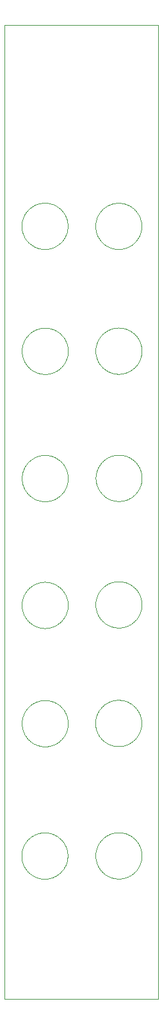
<source format=gbo>
G75*
%MOIN*%
%OFA0B0*%
%FSLAX25Y25*%
%IPPOS*%
%LPD*%
%AMOC8*
5,1,8,0,0,1.08239X$1,22.5*
%
%ADD10C,0.00394*%
%ADD11C,0.00000*%
D10*
X0001998Y0001336D02*
X0001998Y0507242D01*
X0081998Y0507242D01*
X0081998Y0001336D01*
X0001998Y0001336D01*
D11*
X0010977Y0075837D02*
X0010981Y0076132D01*
X0010991Y0076426D01*
X0011010Y0076720D01*
X0011035Y0077014D01*
X0011067Y0077307D01*
X0011107Y0077599D01*
X0011154Y0077890D01*
X0011208Y0078180D01*
X0011269Y0078468D01*
X0011337Y0078755D01*
X0011412Y0079040D01*
X0011494Y0079323D01*
X0011583Y0079604D01*
X0011679Y0079882D01*
X0011782Y0080159D01*
X0011891Y0080432D01*
X0012007Y0080703D01*
X0012130Y0080971D01*
X0012259Y0081236D01*
X0012395Y0081498D01*
X0012537Y0081756D01*
X0012685Y0082010D01*
X0012840Y0082261D01*
X0013001Y0082508D01*
X0013167Y0082751D01*
X0013340Y0082990D01*
X0013519Y0083225D01*
X0013703Y0083455D01*
X0013892Y0083680D01*
X0014088Y0083901D01*
X0014288Y0084117D01*
X0014494Y0084328D01*
X0014705Y0084534D01*
X0014921Y0084734D01*
X0015142Y0084930D01*
X0015367Y0085119D01*
X0015597Y0085303D01*
X0015832Y0085482D01*
X0016071Y0085655D01*
X0016314Y0085821D01*
X0016561Y0085982D01*
X0016812Y0086137D01*
X0017066Y0086285D01*
X0017324Y0086427D01*
X0017586Y0086563D01*
X0017851Y0086692D01*
X0018119Y0086815D01*
X0018390Y0086931D01*
X0018663Y0087040D01*
X0018940Y0087143D01*
X0019218Y0087239D01*
X0019499Y0087328D01*
X0019782Y0087410D01*
X0020067Y0087485D01*
X0020354Y0087553D01*
X0020642Y0087614D01*
X0020932Y0087668D01*
X0021223Y0087715D01*
X0021515Y0087755D01*
X0021808Y0087787D01*
X0022102Y0087812D01*
X0022396Y0087831D01*
X0022690Y0087841D01*
X0022985Y0087845D01*
X0023280Y0087841D01*
X0023574Y0087831D01*
X0023868Y0087812D01*
X0024162Y0087787D01*
X0024455Y0087755D01*
X0024747Y0087715D01*
X0025038Y0087668D01*
X0025328Y0087614D01*
X0025616Y0087553D01*
X0025903Y0087485D01*
X0026188Y0087410D01*
X0026471Y0087328D01*
X0026752Y0087239D01*
X0027030Y0087143D01*
X0027307Y0087040D01*
X0027580Y0086931D01*
X0027851Y0086815D01*
X0028119Y0086692D01*
X0028384Y0086563D01*
X0028646Y0086427D01*
X0028904Y0086285D01*
X0029158Y0086137D01*
X0029409Y0085982D01*
X0029656Y0085821D01*
X0029899Y0085655D01*
X0030138Y0085482D01*
X0030373Y0085303D01*
X0030603Y0085119D01*
X0030828Y0084930D01*
X0031049Y0084734D01*
X0031265Y0084534D01*
X0031476Y0084328D01*
X0031682Y0084117D01*
X0031882Y0083901D01*
X0032078Y0083680D01*
X0032267Y0083455D01*
X0032451Y0083225D01*
X0032630Y0082990D01*
X0032803Y0082751D01*
X0032969Y0082508D01*
X0033130Y0082261D01*
X0033285Y0082010D01*
X0033433Y0081756D01*
X0033575Y0081498D01*
X0033711Y0081236D01*
X0033840Y0080971D01*
X0033963Y0080703D01*
X0034079Y0080432D01*
X0034188Y0080159D01*
X0034291Y0079882D01*
X0034387Y0079604D01*
X0034476Y0079323D01*
X0034558Y0079040D01*
X0034633Y0078755D01*
X0034701Y0078468D01*
X0034762Y0078180D01*
X0034816Y0077890D01*
X0034863Y0077599D01*
X0034903Y0077307D01*
X0034935Y0077014D01*
X0034960Y0076720D01*
X0034979Y0076426D01*
X0034989Y0076132D01*
X0034993Y0075837D01*
X0034989Y0075542D01*
X0034979Y0075248D01*
X0034960Y0074954D01*
X0034935Y0074660D01*
X0034903Y0074367D01*
X0034863Y0074075D01*
X0034816Y0073784D01*
X0034762Y0073494D01*
X0034701Y0073206D01*
X0034633Y0072919D01*
X0034558Y0072634D01*
X0034476Y0072351D01*
X0034387Y0072070D01*
X0034291Y0071792D01*
X0034188Y0071515D01*
X0034079Y0071242D01*
X0033963Y0070971D01*
X0033840Y0070703D01*
X0033711Y0070438D01*
X0033575Y0070176D01*
X0033433Y0069918D01*
X0033285Y0069664D01*
X0033130Y0069413D01*
X0032969Y0069166D01*
X0032803Y0068923D01*
X0032630Y0068684D01*
X0032451Y0068449D01*
X0032267Y0068219D01*
X0032078Y0067994D01*
X0031882Y0067773D01*
X0031682Y0067557D01*
X0031476Y0067346D01*
X0031265Y0067140D01*
X0031049Y0066940D01*
X0030828Y0066744D01*
X0030603Y0066555D01*
X0030373Y0066371D01*
X0030138Y0066192D01*
X0029899Y0066019D01*
X0029656Y0065853D01*
X0029409Y0065692D01*
X0029158Y0065537D01*
X0028904Y0065389D01*
X0028646Y0065247D01*
X0028384Y0065111D01*
X0028119Y0064982D01*
X0027851Y0064859D01*
X0027580Y0064743D01*
X0027307Y0064634D01*
X0027030Y0064531D01*
X0026752Y0064435D01*
X0026471Y0064346D01*
X0026188Y0064264D01*
X0025903Y0064189D01*
X0025616Y0064121D01*
X0025328Y0064060D01*
X0025038Y0064006D01*
X0024747Y0063959D01*
X0024455Y0063919D01*
X0024162Y0063887D01*
X0023868Y0063862D01*
X0023574Y0063843D01*
X0023280Y0063833D01*
X0022985Y0063829D01*
X0022690Y0063833D01*
X0022396Y0063843D01*
X0022102Y0063862D01*
X0021808Y0063887D01*
X0021515Y0063919D01*
X0021223Y0063959D01*
X0020932Y0064006D01*
X0020642Y0064060D01*
X0020354Y0064121D01*
X0020067Y0064189D01*
X0019782Y0064264D01*
X0019499Y0064346D01*
X0019218Y0064435D01*
X0018940Y0064531D01*
X0018663Y0064634D01*
X0018390Y0064743D01*
X0018119Y0064859D01*
X0017851Y0064982D01*
X0017586Y0065111D01*
X0017324Y0065247D01*
X0017066Y0065389D01*
X0016812Y0065537D01*
X0016561Y0065692D01*
X0016314Y0065853D01*
X0016071Y0066019D01*
X0015832Y0066192D01*
X0015597Y0066371D01*
X0015367Y0066555D01*
X0015142Y0066744D01*
X0014921Y0066940D01*
X0014705Y0067140D01*
X0014494Y0067346D01*
X0014288Y0067557D01*
X0014088Y0067773D01*
X0013892Y0067994D01*
X0013703Y0068219D01*
X0013519Y0068449D01*
X0013340Y0068684D01*
X0013167Y0068923D01*
X0013001Y0069166D01*
X0012840Y0069413D01*
X0012685Y0069664D01*
X0012537Y0069918D01*
X0012395Y0070176D01*
X0012259Y0070438D01*
X0012130Y0070703D01*
X0012007Y0070971D01*
X0011891Y0071242D01*
X0011782Y0071515D01*
X0011679Y0071792D01*
X0011583Y0072070D01*
X0011494Y0072351D01*
X0011412Y0072634D01*
X0011337Y0072919D01*
X0011269Y0073206D01*
X0011208Y0073494D01*
X0011154Y0073784D01*
X0011107Y0074075D01*
X0011067Y0074367D01*
X0011035Y0074660D01*
X0011010Y0074954D01*
X0010991Y0075248D01*
X0010981Y0075542D01*
X0010977Y0075837D01*
X0011161Y0144562D02*
X0011165Y0144857D01*
X0011175Y0145151D01*
X0011194Y0145445D01*
X0011219Y0145739D01*
X0011251Y0146032D01*
X0011291Y0146324D01*
X0011338Y0146615D01*
X0011392Y0146905D01*
X0011453Y0147193D01*
X0011521Y0147480D01*
X0011596Y0147765D01*
X0011678Y0148048D01*
X0011767Y0148329D01*
X0011863Y0148607D01*
X0011966Y0148884D01*
X0012075Y0149157D01*
X0012191Y0149428D01*
X0012314Y0149696D01*
X0012443Y0149961D01*
X0012579Y0150223D01*
X0012721Y0150481D01*
X0012869Y0150735D01*
X0013024Y0150986D01*
X0013185Y0151233D01*
X0013351Y0151476D01*
X0013524Y0151715D01*
X0013703Y0151950D01*
X0013887Y0152180D01*
X0014076Y0152405D01*
X0014272Y0152626D01*
X0014472Y0152842D01*
X0014678Y0153053D01*
X0014889Y0153259D01*
X0015105Y0153459D01*
X0015326Y0153655D01*
X0015551Y0153844D01*
X0015781Y0154028D01*
X0016016Y0154207D01*
X0016255Y0154380D01*
X0016498Y0154546D01*
X0016745Y0154707D01*
X0016996Y0154862D01*
X0017250Y0155010D01*
X0017508Y0155152D01*
X0017770Y0155288D01*
X0018035Y0155417D01*
X0018303Y0155540D01*
X0018574Y0155656D01*
X0018847Y0155765D01*
X0019124Y0155868D01*
X0019402Y0155964D01*
X0019683Y0156053D01*
X0019966Y0156135D01*
X0020251Y0156210D01*
X0020538Y0156278D01*
X0020826Y0156339D01*
X0021116Y0156393D01*
X0021407Y0156440D01*
X0021699Y0156480D01*
X0021992Y0156512D01*
X0022286Y0156537D01*
X0022580Y0156556D01*
X0022874Y0156566D01*
X0023169Y0156570D01*
X0023464Y0156566D01*
X0023758Y0156556D01*
X0024052Y0156537D01*
X0024346Y0156512D01*
X0024639Y0156480D01*
X0024931Y0156440D01*
X0025222Y0156393D01*
X0025512Y0156339D01*
X0025800Y0156278D01*
X0026087Y0156210D01*
X0026372Y0156135D01*
X0026655Y0156053D01*
X0026936Y0155964D01*
X0027214Y0155868D01*
X0027491Y0155765D01*
X0027764Y0155656D01*
X0028035Y0155540D01*
X0028303Y0155417D01*
X0028568Y0155288D01*
X0028830Y0155152D01*
X0029088Y0155010D01*
X0029342Y0154862D01*
X0029593Y0154707D01*
X0029840Y0154546D01*
X0030083Y0154380D01*
X0030322Y0154207D01*
X0030557Y0154028D01*
X0030787Y0153844D01*
X0031012Y0153655D01*
X0031233Y0153459D01*
X0031449Y0153259D01*
X0031660Y0153053D01*
X0031866Y0152842D01*
X0032066Y0152626D01*
X0032262Y0152405D01*
X0032451Y0152180D01*
X0032635Y0151950D01*
X0032814Y0151715D01*
X0032987Y0151476D01*
X0033153Y0151233D01*
X0033314Y0150986D01*
X0033469Y0150735D01*
X0033617Y0150481D01*
X0033759Y0150223D01*
X0033895Y0149961D01*
X0034024Y0149696D01*
X0034147Y0149428D01*
X0034263Y0149157D01*
X0034372Y0148884D01*
X0034475Y0148607D01*
X0034571Y0148329D01*
X0034660Y0148048D01*
X0034742Y0147765D01*
X0034817Y0147480D01*
X0034885Y0147193D01*
X0034946Y0146905D01*
X0035000Y0146615D01*
X0035047Y0146324D01*
X0035087Y0146032D01*
X0035119Y0145739D01*
X0035144Y0145445D01*
X0035163Y0145151D01*
X0035173Y0144857D01*
X0035177Y0144562D01*
X0035173Y0144267D01*
X0035163Y0143973D01*
X0035144Y0143679D01*
X0035119Y0143385D01*
X0035087Y0143092D01*
X0035047Y0142800D01*
X0035000Y0142509D01*
X0034946Y0142219D01*
X0034885Y0141931D01*
X0034817Y0141644D01*
X0034742Y0141359D01*
X0034660Y0141076D01*
X0034571Y0140795D01*
X0034475Y0140517D01*
X0034372Y0140240D01*
X0034263Y0139967D01*
X0034147Y0139696D01*
X0034024Y0139428D01*
X0033895Y0139163D01*
X0033759Y0138901D01*
X0033617Y0138643D01*
X0033469Y0138389D01*
X0033314Y0138138D01*
X0033153Y0137891D01*
X0032987Y0137648D01*
X0032814Y0137409D01*
X0032635Y0137174D01*
X0032451Y0136944D01*
X0032262Y0136719D01*
X0032066Y0136498D01*
X0031866Y0136282D01*
X0031660Y0136071D01*
X0031449Y0135865D01*
X0031233Y0135665D01*
X0031012Y0135469D01*
X0030787Y0135280D01*
X0030557Y0135096D01*
X0030322Y0134917D01*
X0030083Y0134744D01*
X0029840Y0134578D01*
X0029593Y0134417D01*
X0029342Y0134262D01*
X0029088Y0134114D01*
X0028830Y0133972D01*
X0028568Y0133836D01*
X0028303Y0133707D01*
X0028035Y0133584D01*
X0027764Y0133468D01*
X0027491Y0133359D01*
X0027214Y0133256D01*
X0026936Y0133160D01*
X0026655Y0133071D01*
X0026372Y0132989D01*
X0026087Y0132914D01*
X0025800Y0132846D01*
X0025512Y0132785D01*
X0025222Y0132731D01*
X0024931Y0132684D01*
X0024639Y0132644D01*
X0024346Y0132612D01*
X0024052Y0132587D01*
X0023758Y0132568D01*
X0023464Y0132558D01*
X0023169Y0132554D01*
X0022874Y0132558D01*
X0022580Y0132568D01*
X0022286Y0132587D01*
X0021992Y0132612D01*
X0021699Y0132644D01*
X0021407Y0132684D01*
X0021116Y0132731D01*
X0020826Y0132785D01*
X0020538Y0132846D01*
X0020251Y0132914D01*
X0019966Y0132989D01*
X0019683Y0133071D01*
X0019402Y0133160D01*
X0019124Y0133256D01*
X0018847Y0133359D01*
X0018574Y0133468D01*
X0018303Y0133584D01*
X0018035Y0133707D01*
X0017770Y0133836D01*
X0017508Y0133972D01*
X0017250Y0134114D01*
X0016996Y0134262D01*
X0016745Y0134417D01*
X0016498Y0134578D01*
X0016255Y0134744D01*
X0016016Y0134917D01*
X0015781Y0135096D01*
X0015551Y0135280D01*
X0015326Y0135469D01*
X0015105Y0135665D01*
X0014889Y0135865D01*
X0014678Y0136071D01*
X0014472Y0136282D01*
X0014272Y0136498D01*
X0014076Y0136719D01*
X0013887Y0136944D01*
X0013703Y0137174D01*
X0013524Y0137409D01*
X0013351Y0137648D01*
X0013185Y0137891D01*
X0013024Y0138138D01*
X0012869Y0138389D01*
X0012721Y0138643D01*
X0012579Y0138901D01*
X0012443Y0139163D01*
X0012314Y0139428D01*
X0012191Y0139696D01*
X0012075Y0139967D01*
X0011966Y0140240D01*
X0011863Y0140517D01*
X0011767Y0140795D01*
X0011678Y0141076D01*
X0011596Y0141359D01*
X0011521Y0141644D01*
X0011453Y0141931D01*
X0011392Y0142219D01*
X0011338Y0142509D01*
X0011291Y0142800D01*
X0011251Y0143092D01*
X0011219Y0143385D01*
X0011194Y0143679D01*
X0011175Y0143973D01*
X0011165Y0144267D01*
X0011161Y0144562D01*
X0011118Y0205982D02*
X0011122Y0206277D01*
X0011132Y0206571D01*
X0011151Y0206865D01*
X0011176Y0207159D01*
X0011208Y0207452D01*
X0011248Y0207744D01*
X0011295Y0208035D01*
X0011349Y0208325D01*
X0011410Y0208613D01*
X0011478Y0208900D01*
X0011553Y0209185D01*
X0011635Y0209468D01*
X0011724Y0209749D01*
X0011820Y0210027D01*
X0011923Y0210304D01*
X0012032Y0210577D01*
X0012148Y0210848D01*
X0012271Y0211116D01*
X0012400Y0211381D01*
X0012536Y0211643D01*
X0012678Y0211901D01*
X0012826Y0212155D01*
X0012981Y0212406D01*
X0013142Y0212653D01*
X0013308Y0212896D01*
X0013481Y0213135D01*
X0013660Y0213370D01*
X0013844Y0213600D01*
X0014033Y0213825D01*
X0014229Y0214046D01*
X0014429Y0214262D01*
X0014635Y0214473D01*
X0014846Y0214679D01*
X0015062Y0214879D01*
X0015283Y0215075D01*
X0015508Y0215264D01*
X0015738Y0215448D01*
X0015973Y0215627D01*
X0016212Y0215800D01*
X0016455Y0215966D01*
X0016702Y0216127D01*
X0016953Y0216282D01*
X0017207Y0216430D01*
X0017465Y0216572D01*
X0017727Y0216708D01*
X0017992Y0216837D01*
X0018260Y0216960D01*
X0018531Y0217076D01*
X0018804Y0217185D01*
X0019081Y0217288D01*
X0019359Y0217384D01*
X0019640Y0217473D01*
X0019923Y0217555D01*
X0020208Y0217630D01*
X0020495Y0217698D01*
X0020783Y0217759D01*
X0021073Y0217813D01*
X0021364Y0217860D01*
X0021656Y0217900D01*
X0021949Y0217932D01*
X0022243Y0217957D01*
X0022537Y0217976D01*
X0022831Y0217986D01*
X0023126Y0217990D01*
X0023421Y0217986D01*
X0023715Y0217976D01*
X0024009Y0217957D01*
X0024303Y0217932D01*
X0024596Y0217900D01*
X0024888Y0217860D01*
X0025179Y0217813D01*
X0025469Y0217759D01*
X0025757Y0217698D01*
X0026044Y0217630D01*
X0026329Y0217555D01*
X0026612Y0217473D01*
X0026893Y0217384D01*
X0027171Y0217288D01*
X0027448Y0217185D01*
X0027721Y0217076D01*
X0027992Y0216960D01*
X0028260Y0216837D01*
X0028525Y0216708D01*
X0028787Y0216572D01*
X0029045Y0216430D01*
X0029299Y0216282D01*
X0029550Y0216127D01*
X0029797Y0215966D01*
X0030040Y0215800D01*
X0030279Y0215627D01*
X0030514Y0215448D01*
X0030744Y0215264D01*
X0030969Y0215075D01*
X0031190Y0214879D01*
X0031406Y0214679D01*
X0031617Y0214473D01*
X0031823Y0214262D01*
X0032023Y0214046D01*
X0032219Y0213825D01*
X0032408Y0213600D01*
X0032592Y0213370D01*
X0032771Y0213135D01*
X0032944Y0212896D01*
X0033110Y0212653D01*
X0033271Y0212406D01*
X0033426Y0212155D01*
X0033574Y0211901D01*
X0033716Y0211643D01*
X0033852Y0211381D01*
X0033981Y0211116D01*
X0034104Y0210848D01*
X0034220Y0210577D01*
X0034329Y0210304D01*
X0034432Y0210027D01*
X0034528Y0209749D01*
X0034617Y0209468D01*
X0034699Y0209185D01*
X0034774Y0208900D01*
X0034842Y0208613D01*
X0034903Y0208325D01*
X0034957Y0208035D01*
X0035004Y0207744D01*
X0035044Y0207452D01*
X0035076Y0207159D01*
X0035101Y0206865D01*
X0035120Y0206571D01*
X0035130Y0206277D01*
X0035134Y0205982D01*
X0035130Y0205687D01*
X0035120Y0205393D01*
X0035101Y0205099D01*
X0035076Y0204805D01*
X0035044Y0204512D01*
X0035004Y0204220D01*
X0034957Y0203929D01*
X0034903Y0203639D01*
X0034842Y0203351D01*
X0034774Y0203064D01*
X0034699Y0202779D01*
X0034617Y0202496D01*
X0034528Y0202215D01*
X0034432Y0201937D01*
X0034329Y0201660D01*
X0034220Y0201387D01*
X0034104Y0201116D01*
X0033981Y0200848D01*
X0033852Y0200583D01*
X0033716Y0200321D01*
X0033574Y0200063D01*
X0033426Y0199809D01*
X0033271Y0199558D01*
X0033110Y0199311D01*
X0032944Y0199068D01*
X0032771Y0198829D01*
X0032592Y0198594D01*
X0032408Y0198364D01*
X0032219Y0198139D01*
X0032023Y0197918D01*
X0031823Y0197702D01*
X0031617Y0197491D01*
X0031406Y0197285D01*
X0031190Y0197085D01*
X0030969Y0196889D01*
X0030744Y0196700D01*
X0030514Y0196516D01*
X0030279Y0196337D01*
X0030040Y0196164D01*
X0029797Y0195998D01*
X0029550Y0195837D01*
X0029299Y0195682D01*
X0029045Y0195534D01*
X0028787Y0195392D01*
X0028525Y0195256D01*
X0028260Y0195127D01*
X0027992Y0195004D01*
X0027721Y0194888D01*
X0027448Y0194779D01*
X0027171Y0194676D01*
X0026893Y0194580D01*
X0026612Y0194491D01*
X0026329Y0194409D01*
X0026044Y0194334D01*
X0025757Y0194266D01*
X0025469Y0194205D01*
X0025179Y0194151D01*
X0024888Y0194104D01*
X0024596Y0194064D01*
X0024303Y0194032D01*
X0024009Y0194007D01*
X0023715Y0193988D01*
X0023421Y0193978D01*
X0023126Y0193974D01*
X0022831Y0193978D01*
X0022537Y0193988D01*
X0022243Y0194007D01*
X0021949Y0194032D01*
X0021656Y0194064D01*
X0021364Y0194104D01*
X0021073Y0194151D01*
X0020783Y0194205D01*
X0020495Y0194266D01*
X0020208Y0194334D01*
X0019923Y0194409D01*
X0019640Y0194491D01*
X0019359Y0194580D01*
X0019081Y0194676D01*
X0018804Y0194779D01*
X0018531Y0194888D01*
X0018260Y0195004D01*
X0017992Y0195127D01*
X0017727Y0195256D01*
X0017465Y0195392D01*
X0017207Y0195534D01*
X0016953Y0195682D01*
X0016702Y0195837D01*
X0016455Y0195998D01*
X0016212Y0196164D01*
X0015973Y0196337D01*
X0015738Y0196516D01*
X0015508Y0196700D01*
X0015283Y0196889D01*
X0015062Y0197085D01*
X0014846Y0197285D01*
X0014635Y0197491D01*
X0014429Y0197702D01*
X0014229Y0197918D01*
X0014033Y0198139D01*
X0013844Y0198364D01*
X0013660Y0198594D01*
X0013481Y0198829D01*
X0013308Y0199068D01*
X0013142Y0199311D01*
X0012981Y0199558D01*
X0012826Y0199809D01*
X0012678Y0200063D01*
X0012536Y0200321D01*
X0012400Y0200583D01*
X0012271Y0200848D01*
X0012148Y0201116D01*
X0012032Y0201387D01*
X0011923Y0201660D01*
X0011820Y0201937D01*
X0011724Y0202215D01*
X0011635Y0202496D01*
X0011553Y0202779D01*
X0011478Y0203064D01*
X0011410Y0203351D01*
X0011349Y0203639D01*
X0011295Y0203929D01*
X0011248Y0204220D01*
X0011208Y0204512D01*
X0011176Y0204805D01*
X0011151Y0205099D01*
X0011132Y0205393D01*
X0011122Y0205687D01*
X0011118Y0205982D01*
X0011161Y0271822D02*
X0011165Y0272117D01*
X0011175Y0272411D01*
X0011194Y0272705D01*
X0011219Y0272999D01*
X0011251Y0273292D01*
X0011291Y0273584D01*
X0011338Y0273875D01*
X0011392Y0274165D01*
X0011453Y0274453D01*
X0011521Y0274740D01*
X0011596Y0275025D01*
X0011678Y0275308D01*
X0011767Y0275589D01*
X0011863Y0275867D01*
X0011966Y0276144D01*
X0012075Y0276417D01*
X0012191Y0276688D01*
X0012314Y0276956D01*
X0012443Y0277221D01*
X0012579Y0277483D01*
X0012721Y0277741D01*
X0012869Y0277995D01*
X0013024Y0278246D01*
X0013185Y0278493D01*
X0013351Y0278736D01*
X0013524Y0278975D01*
X0013703Y0279210D01*
X0013887Y0279440D01*
X0014076Y0279665D01*
X0014272Y0279886D01*
X0014472Y0280102D01*
X0014678Y0280313D01*
X0014889Y0280519D01*
X0015105Y0280719D01*
X0015326Y0280915D01*
X0015551Y0281104D01*
X0015781Y0281288D01*
X0016016Y0281467D01*
X0016255Y0281640D01*
X0016498Y0281806D01*
X0016745Y0281967D01*
X0016996Y0282122D01*
X0017250Y0282270D01*
X0017508Y0282412D01*
X0017770Y0282548D01*
X0018035Y0282677D01*
X0018303Y0282800D01*
X0018574Y0282916D01*
X0018847Y0283025D01*
X0019124Y0283128D01*
X0019402Y0283224D01*
X0019683Y0283313D01*
X0019966Y0283395D01*
X0020251Y0283470D01*
X0020538Y0283538D01*
X0020826Y0283599D01*
X0021116Y0283653D01*
X0021407Y0283700D01*
X0021699Y0283740D01*
X0021992Y0283772D01*
X0022286Y0283797D01*
X0022580Y0283816D01*
X0022874Y0283826D01*
X0023169Y0283830D01*
X0023464Y0283826D01*
X0023758Y0283816D01*
X0024052Y0283797D01*
X0024346Y0283772D01*
X0024639Y0283740D01*
X0024931Y0283700D01*
X0025222Y0283653D01*
X0025512Y0283599D01*
X0025800Y0283538D01*
X0026087Y0283470D01*
X0026372Y0283395D01*
X0026655Y0283313D01*
X0026936Y0283224D01*
X0027214Y0283128D01*
X0027491Y0283025D01*
X0027764Y0282916D01*
X0028035Y0282800D01*
X0028303Y0282677D01*
X0028568Y0282548D01*
X0028830Y0282412D01*
X0029088Y0282270D01*
X0029342Y0282122D01*
X0029593Y0281967D01*
X0029840Y0281806D01*
X0030083Y0281640D01*
X0030322Y0281467D01*
X0030557Y0281288D01*
X0030787Y0281104D01*
X0031012Y0280915D01*
X0031233Y0280719D01*
X0031449Y0280519D01*
X0031660Y0280313D01*
X0031866Y0280102D01*
X0032066Y0279886D01*
X0032262Y0279665D01*
X0032451Y0279440D01*
X0032635Y0279210D01*
X0032814Y0278975D01*
X0032987Y0278736D01*
X0033153Y0278493D01*
X0033314Y0278246D01*
X0033469Y0277995D01*
X0033617Y0277741D01*
X0033759Y0277483D01*
X0033895Y0277221D01*
X0034024Y0276956D01*
X0034147Y0276688D01*
X0034263Y0276417D01*
X0034372Y0276144D01*
X0034475Y0275867D01*
X0034571Y0275589D01*
X0034660Y0275308D01*
X0034742Y0275025D01*
X0034817Y0274740D01*
X0034885Y0274453D01*
X0034946Y0274165D01*
X0035000Y0273875D01*
X0035047Y0273584D01*
X0035087Y0273292D01*
X0035119Y0272999D01*
X0035144Y0272705D01*
X0035163Y0272411D01*
X0035173Y0272117D01*
X0035177Y0271822D01*
X0035173Y0271527D01*
X0035163Y0271233D01*
X0035144Y0270939D01*
X0035119Y0270645D01*
X0035087Y0270352D01*
X0035047Y0270060D01*
X0035000Y0269769D01*
X0034946Y0269479D01*
X0034885Y0269191D01*
X0034817Y0268904D01*
X0034742Y0268619D01*
X0034660Y0268336D01*
X0034571Y0268055D01*
X0034475Y0267777D01*
X0034372Y0267500D01*
X0034263Y0267227D01*
X0034147Y0266956D01*
X0034024Y0266688D01*
X0033895Y0266423D01*
X0033759Y0266161D01*
X0033617Y0265903D01*
X0033469Y0265649D01*
X0033314Y0265398D01*
X0033153Y0265151D01*
X0032987Y0264908D01*
X0032814Y0264669D01*
X0032635Y0264434D01*
X0032451Y0264204D01*
X0032262Y0263979D01*
X0032066Y0263758D01*
X0031866Y0263542D01*
X0031660Y0263331D01*
X0031449Y0263125D01*
X0031233Y0262925D01*
X0031012Y0262729D01*
X0030787Y0262540D01*
X0030557Y0262356D01*
X0030322Y0262177D01*
X0030083Y0262004D01*
X0029840Y0261838D01*
X0029593Y0261677D01*
X0029342Y0261522D01*
X0029088Y0261374D01*
X0028830Y0261232D01*
X0028568Y0261096D01*
X0028303Y0260967D01*
X0028035Y0260844D01*
X0027764Y0260728D01*
X0027491Y0260619D01*
X0027214Y0260516D01*
X0026936Y0260420D01*
X0026655Y0260331D01*
X0026372Y0260249D01*
X0026087Y0260174D01*
X0025800Y0260106D01*
X0025512Y0260045D01*
X0025222Y0259991D01*
X0024931Y0259944D01*
X0024639Y0259904D01*
X0024346Y0259872D01*
X0024052Y0259847D01*
X0023758Y0259828D01*
X0023464Y0259818D01*
X0023169Y0259814D01*
X0022874Y0259818D01*
X0022580Y0259828D01*
X0022286Y0259847D01*
X0021992Y0259872D01*
X0021699Y0259904D01*
X0021407Y0259944D01*
X0021116Y0259991D01*
X0020826Y0260045D01*
X0020538Y0260106D01*
X0020251Y0260174D01*
X0019966Y0260249D01*
X0019683Y0260331D01*
X0019402Y0260420D01*
X0019124Y0260516D01*
X0018847Y0260619D01*
X0018574Y0260728D01*
X0018303Y0260844D01*
X0018035Y0260967D01*
X0017770Y0261096D01*
X0017508Y0261232D01*
X0017250Y0261374D01*
X0016996Y0261522D01*
X0016745Y0261677D01*
X0016498Y0261838D01*
X0016255Y0262004D01*
X0016016Y0262177D01*
X0015781Y0262356D01*
X0015551Y0262540D01*
X0015326Y0262729D01*
X0015105Y0262925D01*
X0014889Y0263125D01*
X0014678Y0263331D01*
X0014472Y0263542D01*
X0014272Y0263758D01*
X0014076Y0263979D01*
X0013887Y0264204D01*
X0013703Y0264434D01*
X0013524Y0264669D01*
X0013351Y0264908D01*
X0013185Y0265151D01*
X0013024Y0265398D01*
X0012869Y0265649D01*
X0012721Y0265903D01*
X0012579Y0266161D01*
X0012443Y0266423D01*
X0012314Y0266688D01*
X0012191Y0266956D01*
X0012075Y0267227D01*
X0011966Y0267500D01*
X0011863Y0267777D01*
X0011767Y0268055D01*
X0011678Y0268336D01*
X0011596Y0268619D01*
X0011521Y0268904D01*
X0011453Y0269191D01*
X0011392Y0269479D01*
X0011338Y0269769D01*
X0011291Y0270060D01*
X0011251Y0270352D01*
X0011219Y0270645D01*
X0011194Y0270939D01*
X0011175Y0271233D01*
X0011165Y0271527D01*
X0011161Y0271822D01*
X0011178Y0337910D02*
X0011182Y0338205D01*
X0011192Y0338499D01*
X0011211Y0338793D01*
X0011236Y0339087D01*
X0011268Y0339380D01*
X0011308Y0339672D01*
X0011355Y0339963D01*
X0011409Y0340253D01*
X0011470Y0340541D01*
X0011538Y0340828D01*
X0011613Y0341113D01*
X0011695Y0341396D01*
X0011784Y0341677D01*
X0011880Y0341955D01*
X0011983Y0342232D01*
X0012092Y0342505D01*
X0012208Y0342776D01*
X0012331Y0343044D01*
X0012460Y0343309D01*
X0012596Y0343571D01*
X0012738Y0343829D01*
X0012886Y0344083D01*
X0013041Y0344334D01*
X0013202Y0344581D01*
X0013368Y0344824D01*
X0013541Y0345063D01*
X0013720Y0345298D01*
X0013904Y0345528D01*
X0014093Y0345753D01*
X0014289Y0345974D01*
X0014489Y0346190D01*
X0014695Y0346401D01*
X0014906Y0346607D01*
X0015122Y0346807D01*
X0015343Y0347003D01*
X0015568Y0347192D01*
X0015798Y0347376D01*
X0016033Y0347555D01*
X0016272Y0347728D01*
X0016515Y0347894D01*
X0016762Y0348055D01*
X0017013Y0348210D01*
X0017267Y0348358D01*
X0017525Y0348500D01*
X0017787Y0348636D01*
X0018052Y0348765D01*
X0018320Y0348888D01*
X0018591Y0349004D01*
X0018864Y0349113D01*
X0019141Y0349216D01*
X0019419Y0349312D01*
X0019700Y0349401D01*
X0019983Y0349483D01*
X0020268Y0349558D01*
X0020555Y0349626D01*
X0020843Y0349687D01*
X0021133Y0349741D01*
X0021424Y0349788D01*
X0021716Y0349828D01*
X0022009Y0349860D01*
X0022303Y0349885D01*
X0022597Y0349904D01*
X0022891Y0349914D01*
X0023186Y0349918D01*
X0023481Y0349914D01*
X0023775Y0349904D01*
X0024069Y0349885D01*
X0024363Y0349860D01*
X0024656Y0349828D01*
X0024948Y0349788D01*
X0025239Y0349741D01*
X0025529Y0349687D01*
X0025817Y0349626D01*
X0026104Y0349558D01*
X0026389Y0349483D01*
X0026672Y0349401D01*
X0026953Y0349312D01*
X0027231Y0349216D01*
X0027508Y0349113D01*
X0027781Y0349004D01*
X0028052Y0348888D01*
X0028320Y0348765D01*
X0028585Y0348636D01*
X0028847Y0348500D01*
X0029105Y0348358D01*
X0029359Y0348210D01*
X0029610Y0348055D01*
X0029857Y0347894D01*
X0030100Y0347728D01*
X0030339Y0347555D01*
X0030574Y0347376D01*
X0030804Y0347192D01*
X0031029Y0347003D01*
X0031250Y0346807D01*
X0031466Y0346607D01*
X0031677Y0346401D01*
X0031883Y0346190D01*
X0032083Y0345974D01*
X0032279Y0345753D01*
X0032468Y0345528D01*
X0032652Y0345298D01*
X0032831Y0345063D01*
X0033004Y0344824D01*
X0033170Y0344581D01*
X0033331Y0344334D01*
X0033486Y0344083D01*
X0033634Y0343829D01*
X0033776Y0343571D01*
X0033912Y0343309D01*
X0034041Y0343044D01*
X0034164Y0342776D01*
X0034280Y0342505D01*
X0034389Y0342232D01*
X0034492Y0341955D01*
X0034588Y0341677D01*
X0034677Y0341396D01*
X0034759Y0341113D01*
X0034834Y0340828D01*
X0034902Y0340541D01*
X0034963Y0340253D01*
X0035017Y0339963D01*
X0035064Y0339672D01*
X0035104Y0339380D01*
X0035136Y0339087D01*
X0035161Y0338793D01*
X0035180Y0338499D01*
X0035190Y0338205D01*
X0035194Y0337910D01*
X0035190Y0337615D01*
X0035180Y0337321D01*
X0035161Y0337027D01*
X0035136Y0336733D01*
X0035104Y0336440D01*
X0035064Y0336148D01*
X0035017Y0335857D01*
X0034963Y0335567D01*
X0034902Y0335279D01*
X0034834Y0334992D01*
X0034759Y0334707D01*
X0034677Y0334424D01*
X0034588Y0334143D01*
X0034492Y0333865D01*
X0034389Y0333588D01*
X0034280Y0333315D01*
X0034164Y0333044D01*
X0034041Y0332776D01*
X0033912Y0332511D01*
X0033776Y0332249D01*
X0033634Y0331991D01*
X0033486Y0331737D01*
X0033331Y0331486D01*
X0033170Y0331239D01*
X0033004Y0330996D01*
X0032831Y0330757D01*
X0032652Y0330522D01*
X0032468Y0330292D01*
X0032279Y0330067D01*
X0032083Y0329846D01*
X0031883Y0329630D01*
X0031677Y0329419D01*
X0031466Y0329213D01*
X0031250Y0329013D01*
X0031029Y0328817D01*
X0030804Y0328628D01*
X0030574Y0328444D01*
X0030339Y0328265D01*
X0030100Y0328092D01*
X0029857Y0327926D01*
X0029610Y0327765D01*
X0029359Y0327610D01*
X0029105Y0327462D01*
X0028847Y0327320D01*
X0028585Y0327184D01*
X0028320Y0327055D01*
X0028052Y0326932D01*
X0027781Y0326816D01*
X0027508Y0326707D01*
X0027231Y0326604D01*
X0026953Y0326508D01*
X0026672Y0326419D01*
X0026389Y0326337D01*
X0026104Y0326262D01*
X0025817Y0326194D01*
X0025529Y0326133D01*
X0025239Y0326079D01*
X0024948Y0326032D01*
X0024656Y0325992D01*
X0024363Y0325960D01*
X0024069Y0325935D01*
X0023775Y0325916D01*
X0023481Y0325906D01*
X0023186Y0325902D01*
X0022891Y0325906D01*
X0022597Y0325916D01*
X0022303Y0325935D01*
X0022009Y0325960D01*
X0021716Y0325992D01*
X0021424Y0326032D01*
X0021133Y0326079D01*
X0020843Y0326133D01*
X0020555Y0326194D01*
X0020268Y0326262D01*
X0019983Y0326337D01*
X0019700Y0326419D01*
X0019419Y0326508D01*
X0019141Y0326604D01*
X0018864Y0326707D01*
X0018591Y0326816D01*
X0018320Y0326932D01*
X0018052Y0327055D01*
X0017787Y0327184D01*
X0017525Y0327320D01*
X0017267Y0327462D01*
X0017013Y0327610D01*
X0016762Y0327765D01*
X0016515Y0327926D01*
X0016272Y0328092D01*
X0016033Y0328265D01*
X0015798Y0328444D01*
X0015568Y0328628D01*
X0015343Y0328817D01*
X0015122Y0329013D01*
X0014906Y0329213D01*
X0014695Y0329419D01*
X0014489Y0329630D01*
X0014289Y0329846D01*
X0014093Y0330067D01*
X0013904Y0330292D01*
X0013720Y0330522D01*
X0013541Y0330757D01*
X0013368Y0330996D01*
X0013202Y0331239D01*
X0013041Y0331486D01*
X0012886Y0331737D01*
X0012738Y0331991D01*
X0012596Y0332249D01*
X0012460Y0332511D01*
X0012331Y0332776D01*
X0012208Y0333044D01*
X0012092Y0333315D01*
X0011983Y0333588D01*
X0011880Y0333865D01*
X0011784Y0334143D01*
X0011695Y0334424D01*
X0011613Y0334707D01*
X0011538Y0334992D01*
X0011470Y0335279D01*
X0011409Y0335567D01*
X0011355Y0335857D01*
X0011308Y0336148D01*
X0011268Y0336440D01*
X0011236Y0336733D01*
X0011211Y0337027D01*
X0011192Y0337321D01*
X0011182Y0337615D01*
X0011178Y0337910D01*
X0011051Y0402798D02*
X0011055Y0403093D01*
X0011065Y0403387D01*
X0011084Y0403681D01*
X0011109Y0403975D01*
X0011141Y0404268D01*
X0011181Y0404560D01*
X0011228Y0404851D01*
X0011282Y0405141D01*
X0011343Y0405429D01*
X0011411Y0405716D01*
X0011486Y0406001D01*
X0011568Y0406284D01*
X0011657Y0406565D01*
X0011753Y0406843D01*
X0011856Y0407120D01*
X0011965Y0407393D01*
X0012081Y0407664D01*
X0012204Y0407932D01*
X0012333Y0408197D01*
X0012469Y0408459D01*
X0012611Y0408717D01*
X0012759Y0408971D01*
X0012914Y0409222D01*
X0013075Y0409469D01*
X0013241Y0409712D01*
X0013414Y0409951D01*
X0013593Y0410186D01*
X0013777Y0410416D01*
X0013966Y0410641D01*
X0014162Y0410862D01*
X0014362Y0411078D01*
X0014568Y0411289D01*
X0014779Y0411495D01*
X0014995Y0411695D01*
X0015216Y0411891D01*
X0015441Y0412080D01*
X0015671Y0412264D01*
X0015906Y0412443D01*
X0016145Y0412616D01*
X0016388Y0412782D01*
X0016635Y0412943D01*
X0016886Y0413098D01*
X0017140Y0413246D01*
X0017398Y0413388D01*
X0017660Y0413524D01*
X0017925Y0413653D01*
X0018193Y0413776D01*
X0018464Y0413892D01*
X0018737Y0414001D01*
X0019014Y0414104D01*
X0019292Y0414200D01*
X0019573Y0414289D01*
X0019856Y0414371D01*
X0020141Y0414446D01*
X0020428Y0414514D01*
X0020716Y0414575D01*
X0021006Y0414629D01*
X0021297Y0414676D01*
X0021589Y0414716D01*
X0021882Y0414748D01*
X0022176Y0414773D01*
X0022470Y0414792D01*
X0022764Y0414802D01*
X0023059Y0414806D01*
X0023354Y0414802D01*
X0023648Y0414792D01*
X0023942Y0414773D01*
X0024236Y0414748D01*
X0024529Y0414716D01*
X0024821Y0414676D01*
X0025112Y0414629D01*
X0025402Y0414575D01*
X0025690Y0414514D01*
X0025977Y0414446D01*
X0026262Y0414371D01*
X0026545Y0414289D01*
X0026826Y0414200D01*
X0027104Y0414104D01*
X0027381Y0414001D01*
X0027654Y0413892D01*
X0027925Y0413776D01*
X0028193Y0413653D01*
X0028458Y0413524D01*
X0028720Y0413388D01*
X0028978Y0413246D01*
X0029232Y0413098D01*
X0029483Y0412943D01*
X0029730Y0412782D01*
X0029973Y0412616D01*
X0030212Y0412443D01*
X0030447Y0412264D01*
X0030677Y0412080D01*
X0030902Y0411891D01*
X0031123Y0411695D01*
X0031339Y0411495D01*
X0031550Y0411289D01*
X0031756Y0411078D01*
X0031956Y0410862D01*
X0032152Y0410641D01*
X0032341Y0410416D01*
X0032525Y0410186D01*
X0032704Y0409951D01*
X0032877Y0409712D01*
X0033043Y0409469D01*
X0033204Y0409222D01*
X0033359Y0408971D01*
X0033507Y0408717D01*
X0033649Y0408459D01*
X0033785Y0408197D01*
X0033914Y0407932D01*
X0034037Y0407664D01*
X0034153Y0407393D01*
X0034262Y0407120D01*
X0034365Y0406843D01*
X0034461Y0406565D01*
X0034550Y0406284D01*
X0034632Y0406001D01*
X0034707Y0405716D01*
X0034775Y0405429D01*
X0034836Y0405141D01*
X0034890Y0404851D01*
X0034937Y0404560D01*
X0034977Y0404268D01*
X0035009Y0403975D01*
X0035034Y0403681D01*
X0035053Y0403387D01*
X0035063Y0403093D01*
X0035067Y0402798D01*
X0035063Y0402503D01*
X0035053Y0402209D01*
X0035034Y0401915D01*
X0035009Y0401621D01*
X0034977Y0401328D01*
X0034937Y0401036D01*
X0034890Y0400745D01*
X0034836Y0400455D01*
X0034775Y0400167D01*
X0034707Y0399880D01*
X0034632Y0399595D01*
X0034550Y0399312D01*
X0034461Y0399031D01*
X0034365Y0398753D01*
X0034262Y0398476D01*
X0034153Y0398203D01*
X0034037Y0397932D01*
X0033914Y0397664D01*
X0033785Y0397399D01*
X0033649Y0397137D01*
X0033507Y0396879D01*
X0033359Y0396625D01*
X0033204Y0396374D01*
X0033043Y0396127D01*
X0032877Y0395884D01*
X0032704Y0395645D01*
X0032525Y0395410D01*
X0032341Y0395180D01*
X0032152Y0394955D01*
X0031956Y0394734D01*
X0031756Y0394518D01*
X0031550Y0394307D01*
X0031339Y0394101D01*
X0031123Y0393901D01*
X0030902Y0393705D01*
X0030677Y0393516D01*
X0030447Y0393332D01*
X0030212Y0393153D01*
X0029973Y0392980D01*
X0029730Y0392814D01*
X0029483Y0392653D01*
X0029232Y0392498D01*
X0028978Y0392350D01*
X0028720Y0392208D01*
X0028458Y0392072D01*
X0028193Y0391943D01*
X0027925Y0391820D01*
X0027654Y0391704D01*
X0027381Y0391595D01*
X0027104Y0391492D01*
X0026826Y0391396D01*
X0026545Y0391307D01*
X0026262Y0391225D01*
X0025977Y0391150D01*
X0025690Y0391082D01*
X0025402Y0391021D01*
X0025112Y0390967D01*
X0024821Y0390920D01*
X0024529Y0390880D01*
X0024236Y0390848D01*
X0023942Y0390823D01*
X0023648Y0390804D01*
X0023354Y0390794D01*
X0023059Y0390790D01*
X0022764Y0390794D01*
X0022470Y0390804D01*
X0022176Y0390823D01*
X0021882Y0390848D01*
X0021589Y0390880D01*
X0021297Y0390920D01*
X0021006Y0390967D01*
X0020716Y0391021D01*
X0020428Y0391082D01*
X0020141Y0391150D01*
X0019856Y0391225D01*
X0019573Y0391307D01*
X0019292Y0391396D01*
X0019014Y0391492D01*
X0018737Y0391595D01*
X0018464Y0391704D01*
X0018193Y0391820D01*
X0017925Y0391943D01*
X0017660Y0392072D01*
X0017398Y0392208D01*
X0017140Y0392350D01*
X0016886Y0392498D01*
X0016635Y0392653D01*
X0016388Y0392814D01*
X0016145Y0392980D01*
X0015906Y0393153D01*
X0015671Y0393332D01*
X0015441Y0393516D01*
X0015216Y0393705D01*
X0014995Y0393901D01*
X0014779Y0394101D01*
X0014568Y0394307D01*
X0014362Y0394518D01*
X0014162Y0394734D01*
X0013966Y0394955D01*
X0013777Y0395180D01*
X0013593Y0395410D01*
X0013414Y0395645D01*
X0013241Y0395884D01*
X0013075Y0396127D01*
X0012914Y0396374D01*
X0012759Y0396625D01*
X0012611Y0396879D01*
X0012469Y0397137D01*
X0012333Y0397399D01*
X0012204Y0397664D01*
X0012081Y0397932D01*
X0011965Y0398203D01*
X0011856Y0398476D01*
X0011753Y0398753D01*
X0011657Y0399031D01*
X0011568Y0399312D01*
X0011486Y0399595D01*
X0011411Y0399880D01*
X0011343Y0400167D01*
X0011282Y0400455D01*
X0011228Y0400745D01*
X0011181Y0401036D01*
X0011141Y0401328D01*
X0011109Y0401621D01*
X0011084Y0401915D01*
X0011065Y0402209D01*
X0011055Y0402503D01*
X0011051Y0402798D01*
X0049454Y0402761D02*
X0049458Y0403056D01*
X0049468Y0403350D01*
X0049487Y0403644D01*
X0049512Y0403938D01*
X0049544Y0404231D01*
X0049584Y0404523D01*
X0049631Y0404814D01*
X0049685Y0405104D01*
X0049746Y0405392D01*
X0049814Y0405679D01*
X0049889Y0405964D01*
X0049971Y0406247D01*
X0050060Y0406528D01*
X0050156Y0406806D01*
X0050259Y0407083D01*
X0050368Y0407356D01*
X0050484Y0407627D01*
X0050607Y0407895D01*
X0050736Y0408160D01*
X0050872Y0408422D01*
X0051014Y0408680D01*
X0051162Y0408934D01*
X0051317Y0409185D01*
X0051478Y0409432D01*
X0051644Y0409675D01*
X0051817Y0409914D01*
X0051996Y0410149D01*
X0052180Y0410379D01*
X0052369Y0410604D01*
X0052565Y0410825D01*
X0052765Y0411041D01*
X0052971Y0411252D01*
X0053182Y0411458D01*
X0053398Y0411658D01*
X0053619Y0411854D01*
X0053844Y0412043D01*
X0054074Y0412227D01*
X0054309Y0412406D01*
X0054548Y0412579D01*
X0054791Y0412745D01*
X0055038Y0412906D01*
X0055289Y0413061D01*
X0055543Y0413209D01*
X0055801Y0413351D01*
X0056063Y0413487D01*
X0056328Y0413616D01*
X0056596Y0413739D01*
X0056867Y0413855D01*
X0057140Y0413964D01*
X0057417Y0414067D01*
X0057695Y0414163D01*
X0057976Y0414252D01*
X0058259Y0414334D01*
X0058544Y0414409D01*
X0058831Y0414477D01*
X0059119Y0414538D01*
X0059409Y0414592D01*
X0059700Y0414639D01*
X0059992Y0414679D01*
X0060285Y0414711D01*
X0060579Y0414736D01*
X0060873Y0414755D01*
X0061167Y0414765D01*
X0061462Y0414769D01*
X0061757Y0414765D01*
X0062051Y0414755D01*
X0062345Y0414736D01*
X0062639Y0414711D01*
X0062932Y0414679D01*
X0063224Y0414639D01*
X0063515Y0414592D01*
X0063805Y0414538D01*
X0064093Y0414477D01*
X0064380Y0414409D01*
X0064665Y0414334D01*
X0064948Y0414252D01*
X0065229Y0414163D01*
X0065507Y0414067D01*
X0065784Y0413964D01*
X0066057Y0413855D01*
X0066328Y0413739D01*
X0066596Y0413616D01*
X0066861Y0413487D01*
X0067123Y0413351D01*
X0067381Y0413209D01*
X0067635Y0413061D01*
X0067886Y0412906D01*
X0068133Y0412745D01*
X0068376Y0412579D01*
X0068615Y0412406D01*
X0068850Y0412227D01*
X0069080Y0412043D01*
X0069305Y0411854D01*
X0069526Y0411658D01*
X0069742Y0411458D01*
X0069953Y0411252D01*
X0070159Y0411041D01*
X0070359Y0410825D01*
X0070555Y0410604D01*
X0070744Y0410379D01*
X0070928Y0410149D01*
X0071107Y0409914D01*
X0071280Y0409675D01*
X0071446Y0409432D01*
X0071607Y0409185D01*
X0071762Y0408934D01*
X0071910Y0408680D01*
X0072052Y0408422D01*
X0072188Y0408160D01*
X0072317Y0407895D01*
X0072440Y0407627D01*
X0072556Y0407356D01*
X0072665Y0407083D01*
X0072768Y0406806D01*
X0072864Y0406528D01*
X0072953Y0406247D01*
X0073035Y0405964D01*
X0073110Y0405679D01*
X0073178Y0405392D01*
X0073239Y0405104D01*
X0073293Y0404814D01*
X0073340Y0404523D01*
X0073380Y0404231D01*
X0073412Y0403938D01*
X0073437Y0403644D01*
X0073456Y0403350D01*
X0073466Y0403056D01*
X0073470Y0402761D01*
X0073466Y0402466D01*
X0073456Y0402172D01*
X0073437Y0401878D01*
X0073412Y0401584D01*
X0073380Y0401291D01*
X0073340Y0400999D01*
X0073293Y0400708D01*
X0073239Y0400418D01*
X0073178Y0400130D01*
X0073110Y0399843D01*
X0073035Y0399558D01*
X0072953Y0399275D01*
X0072864Y0398994D01*
X0072768Y0398716D01*
X0072665Y0398439D01*
X0072556Y0398166D01*
X0072440Y0397895D01*
X0072317Y0397627D01*
X0072188Y0397362D01*
X0072052Y0397100D01*
X0071910Y0396842D01*
X0071762Y0396588D01*
X0071607Y0396337D01*
X0071446Y0396090D01*
X0071280Y0395847D01*
X0071107Y0395608D01*
X0070928Y0395373D01*
X0070744Y0395143D01*
X0070555Y0394918D01*
X0070359Y0394697D01*
X0070159Y0394481D01*
X0069953Y0394270D01*
X0069742Y0394064D01*
X0069526Y0393864D01*
X0069305Y0393668D01*
X0069080Y0393479D01*
X0068850Y0393295D01*
X0068615Y0393116D01*
X0068376Y0392943D01*
X0068133Y0392777D01*
X0067886Y0392616D01*
X0067635Y0392461D01*
X0067381Y0392313D01*
X0067123Y0392171D01*
X0066861Y0392035D01*
X0066596Y0391906D01*
X0066328Y0391783D01*
X0066057Y0391667D01*
X0065784Y0391558D01*
X0065507Y0391455D01*
X0065229Y0391359D01*
X0064948Y0391270D01*
X0064665Y0391188D01*
X0064380Y0391113D01*
X0064093Y0391045D01*
X0063805Y0390984D01*
X0063515Y0390930D01*
X0063224Y0390883D01*
X0062932Y0390843D01*
X0062639Y0390811D01*
X0062345Y0390786D01*
X0062051Y0390767D01*
X0061757Y0390757D01*
X0061462Y0390753D01*
X0061167Y0390757D01*
X0060873Y0390767D01*
X0060579Y0390786D01*
X0060285Y0390811D01*
X0059992Y0390843D01*
X0059700Y0390883D01*
X0059409Y0390930D01*
X0059119Y0390984D01*
X0058831Y0391045D01*
X0058544Y0391113D01*
X0058259Y0391188D01*
X0057976Y0391270D01*
X0057695Y0391359D01*
X0057417Y0391455D01*
X0057140Y0391558D01*
X0056867Y0391667D01*
X0056596Y0391783D01*
X0056328Y0391906D01*
X0056063Y0392035D01*
X0055801Y0392171D01*
X0055543Y0392313D01*
X0055289Y0392461D01*
X0055038Y0392616D01*
X0054791Y0392777D01*
X0054548Y0392943D01*
X0054309Y0393116D01*
X0054074Y0393295D01*
X0053844Y0393479D01*
X0053619Y0393668D01*
X0053398Y0393864D01*
X0053182Y0394064D01*
X0052971Y0394270D01*
X0052765Y0394481D01*
X0052565Y0394697D01*
X0052369Y0394918D01*
X0052180Y0395143D01*
X0051996Y0395373D01*
X0051817Y0395608D01*
X0051644Y0395847D01*
X0051478Y0396090D01*
X0051317Y0396337D01*
X0051162Y0396588D01*
X0051014Y0396842D01*
X0050872Y0397100D01*
X0050736Y0397362D01*
X0050607Y0397627D01*
X0050484Y0397895D01*
X0050368Y0398166D01*
X0050259Y0398439D01*
X0050156Y0398716D01*
X0050060Y0398994D01*
X0049971Y0399275D01*
X0049889Y0399558D01*
X0049814Y0399843D01*
X0049746Y0400130D01*
X0049685Y0400418D01*
X0049631Y0400708D01*
X0049584Y0400999D01*
X0049544Y0401291D01*
X0049512Y0401584D01*
X0049487Y0401878D01*
X0049468Y0402172D01*
X0049458Y0402466D01*
X0049454Y0402761D01*
X0049527Y0337972D02*
X0049531Y0338267D01*
X0049541Y0338561D01*
X0049560Y0338855D01*
X0049585Y0339149D01*
X0049617Y0339442D01*
X0049657Y0339734D01*
X0049704Y0340025D01*
X0049758Y0340315D01*
X0049819Y0340603D01*
X0049887Y0340890D01*
X0049962Y0341175D01*
X0050044Y0341458D01*
X0050133Y0341739D01*
X0050229Y0342017D01*
X0050332Y0342294D01*
X0050441Y0342567D01*
X0050557Y0342838D01*
X0050680Y0343106D01*
X0050809Y0343371D01*
X0050945Y0343633D01*
X0051087Y0343891D01*
X0051235Y0344145D01*
X0051390Y0344396D01*
X0051551Y0344643D01*
X0051717Y0344886D01*
X0051890Y0345125D01*
X0052069Y0345360D01*
X0052253Y0345590D01*
X0052442Y0345815D01*
X0052638Y0346036D01*
X0052838Y0346252D01*
X0053044Y0346463D01*
X0053255Y0346669D01*
X0053471Y0346869D01*
X0053692Y0347065D01*
X0053917Y0347254D01*
X0054147Y0347438D01*
X0054382Y0347617D01*
X0054621Y0347790D01*
X0054864Y0347956D01*
X0055111Y0348117D01*
X0055362Y0348272D01*
X0055616Y0348420D01*
X0055874Y0348562D01*
X0056136Y0348698D01*
X0056401Y0348827D01*
X0056669Y0348950D01*
X0056940Y0349066D01*
X0057213Y0349175D01*
X0057490Y0349278D01*
X0057768Y0349374D01*
X0058049Y0349463D01*
X0058332Y0349545D01*
X0058617Y0349620D01*
X0058904Y0349688D01*
X0059192Y0349749D01*
X0059482Y0349803D01*
X0059773Y0349850D01*
X0060065Y0349890D01*
X0060358Y0349922D01*
X0060652Y0349947D01*
X0060946Y0349966D01*
X0061240Y0349976D01*
X0061535Y0349980D01*
X0061830Y0349976D01*
X0062124Y0349966D01*
X0062418Y0349947D01*
X0062712Y0349922D01*
X0063005Y0349890D01*
X0063297Y0349850D01*
X0063588Y0349803D01*
X0063878Y0349749D01*
X0064166Y0349688D01*
X0064453Y0349620D01*
X0064738Y0349545D01*
X0065021Y0349463D01*
X0065302Y0349374D01*
X0065580Y0349278D01*
X0065857Y0349175D01*
X0066130Y0349066D01*
X0066401Y0348950D01*
X0066669Y0348827D01*
X0066934Y0348698D01*
X0067196Y0348562D01*
X0067454Y0348420D01*
X0067708Y0348272D01*
X0067959Y0348117D01*
X0068206Y0347956D01*
X0068449Y0347790D01*
X0068688Y0347617D01*
X0068923Y0347438D01*
X0069153Y0347254D01*
X0069378Y0347065D01*
X0069599Y0346869D01*
X0069815Y0346669D01*
X0070026Y0346463D01*
X0070232Y0346252D01*
X0070432Y0346036D01*
X0070628Y0345815D01*
X0070817Y0345590D01*
X0071001Y0345360D01*
X0071180Y0345125D01*
X0071353Y0344886D01*
X0071519Y0344643D01*
X0071680Y0344396D01*
X0071835Y0344145D01*
X0071983Y0343891D01*
X0072125Y0343633D01*
X0072261Y0343371D01*
X0072390Y0343106D01*
X0072513Y0342838D01*
X0072629Y0342567D01*
X0072738Y0342294D01*
X0072841Y0342017D01*
X0072937Y0341739D01*
X0073026Y0341458D01*
X0073108Y0341175D01*
X0073183Y0340890D01*
X0073251Y0340603D01*
X0073312Y0340315D01*
X0073366Y0340025D01*
X0073413Y0339734D01*
X0073453Y0339442D01*
X0073485Y0339149D01*
X0073510Y0338855D01*
X0073529Y0338561D01*
X0073539Y0338267D01*
X0073543Y0337972D01*
X0073539Y0337677D01*
X0073529Y0337383D01*
X0073510Y0337089D01*
X0073485Y0336795D01*
X0073453Y0336502D01*
X0073413Y0336210D01*
X0073366Y0335919D01*
X0073312Y0335629D01*
X0073251Y0335341D01*
X0073183Y0335054D01*
X0073108Y0334769D01*
X0073026Y0334486D01*
X0072937Y0334205D01*
X0072841Y0333927D01*
X0072738Y0333650D01*
X0072629Y0333377D01*
X0072513Y0333106D01*
X0072390Y0332838D01*
X0072261Y0332573D01*
X0072125Y0332311D01*
X0071983Y0332053D01*
X0071835Y0331799D01*
X0071680Y0331548D01*
X0071519Y0331301D01*
X0071353Y0331058D01*
X0071180Y0330819D01*
X0071001Y0330584D01*
X0070817Y0330354D01*
X0070628Y0330129D01*
X0070432Y0329908D01*
X0070232Y0329692D01*
X0070026Y0329481D01*
X0069815Y0329275D01*
X0069599Y0329075D01*
X0069378Y0328879D01*
X0069153Y0328690D01*
X0068923Y0328506D01*
X0068688Y0328327D01*
X0068449Y0328154D01*
X0068206Y0327988D01*
X0067959Y0327827D01*
X0067708Y0327672D01*
X0067454Y0327524D01*
X0067196Y0327382D01*
X0066934Y0327246D01*
X0066669Y0327117D01*
X0066401Y0326994D01*
X0066130Y0326878D01*
X0065857Y0326769D01*
X0065580Y0326666D01*
X0065302Y0326570D01*
X0065021Y0326481D01*
X0064738Y0326399D01*
X0064453Y0326324D01*
X0064166Y0326256D01*
X0063878Y0326195D01*
X0063588Y0326141D01*
X0063297Y0326094D01*
X0063005Y0326054D01*
X0062712Y0326022D01*
X0062418Y0325997D01*
X0062124Y0325978D01*
X0061830Y0325968D01*
X0061535Y0325964D01*
X0061240Y0325968D01*
X0060946Y0325978D01*
X0060652Y0325997D01*
X0060358Y0326022D01*
X0060065Y0326054D01*
X0059773Y0326094D01*
X0059482Y0326141D01*
X0059192Y0326195D01*
X0058904Y0326256D01*
X0058617Y0326324D01*
X0058332Y0326399D01*
X0058049Y0326481D01*
X0057768Y0326570D01*
X0057490Y0326666D01*
X0057213Y0326769D01*
X0056940Y0326878D01*
X0056669Y0326994D01*
X0056401Y0327117D01*
X0056136Y0327246D01*
X0055874Y0327382D01*
X0055616Y0327524D01*
X0055362Y0327672D01*
X0055111Y0327827D01*
X0054864Y0327988D01*
X0054621Y0328154D01*
X0054382Y0328327D01*
X0054147Y0328506D01*
X0053917Y0328690D01*
X0053692Y0328879D01*
X0053471Y0329075D01*
X0053255Y0329275D01*
X0053044Y0329481D01*
X0052838Y0329692D01*
X0052638Y0329908D01*
X0052442Y0330129D01*
X0052253Y0330354D01*
X0052069Y0330584D01*
X0051890Y0330819D01*
X0051717Y0331058D01*
X0051551Y0331301D01*
X0051390Y0331548D01*
X0051235Y0331799D01*
X0051087Y0332053D01*
X0050945Y0332311D01*
X0050809Y0332573D01*
X0050680Y0332838D01*
X0050557Y0333106D01*
X0050441Y0333377D01*
X0050332Y0333650D01*
X0050229Y0333927D01*
X0050133Y0334205D01*
X0050044Y0334486D01*
X0049962Y0334769D01*
X0049887Y0335054D01*
X0049819Y0335341D01*
X0049758Y0335629D01*
X0049704Y0335919D01*
X0049657Y0336210D01*
X0049617Y0336502D01*
X0049585Y0336795D01*
X0049560Y0337089D01*
X0049541Y0337383D01*
X0049531Y0337677D01*
X0049527Y0337972D01*
X0049601Y0271932D02*
X0049605Y0272227D01*
X0049615Y0272521D01*
X0049634Y0272815D01*
X0049659Y0273109D01*
X0049691Y0273402D01*
X0049731Y0273694D01*
X0049778Y0273985D01*
X0049832Y0274275D01*
X0049893Y0274563D01*
X0049961Y0274850D01*
X0050036Y0275135D01*
X0050118Y0275418D01*
X0050207Y0275699D01*
X0050303Y0275977D01*
X0050406Y0276254D01*
X0050515Y0276527D01*
X0050631Y0276798D01*
X0050754Y0277066D01*
X0050883Y0277331D01*
X0051019Y0277593D01*
X0051161Y0277851D01*
X0051309Y0278105D01*
X0051464Y0278356D01*
X0051625Y0278603D01*
X0051791Y0278846D01*
X0051964Y0279085D01*
X0052143Y0279320D01*
X0052327Y0279550D01*
X0052516Y0279775D01*
X0052712Y0279996D01*
X0052912Y0280212D01*
X0053118Y0280423D01*
X0053329Y0280629D01*
X0053545Y0280829D01*
X0053766Y0281025D01*
X0053991Y0281214D01*
X0054221Y0281398D01*
X0054456Y0281577D01*
X0054695Y0281750D01*
X0054938Y0281916D01*
X0055185Y0282077D01*
X0055436Y0282232D01*
X0055690Y0282380D01*
X0055948Y0282522D01*
X0056210Y0282658D01*
X0056475Y0282787D01*
X0056743Y0282910D01*
X0057014Y0283026D01*
X0057287Y0283135D01*
X0057564Y0283238D01*
X0057842Y0283334D01*
X0058123Y0283423D01*
X0058406Y0283505D01*
X0058691Y0283580D01*
X0058978Y0283648D01*
X0059266Y0283709D01*
X0059556Y0283763D01*
X0059847Y0283810D01*
X0060139Y0283850D01*
X0060432Y0283882D01*
X0060726Y0283907D01*
X0061020Y0283926D01*
X0061314Y0283936D01*
X0061609Y0283940D01*
X0061904Y0283936D01*
X0062198Y0283926D01*
X0062492Y0283907D01*
X0062786Y0283882D01*
X0063079Y0283850D01*
X0063371Y0283810D01*
X0063662Y0283763D01*
X0063952Y0283709D01*
X0064240Y0283648D01*
X0064527Y0283580D01*
X0064812Y0283505D01*
X0065095Y0283423D01*
X0065376Y0283334D01*
X0065654Y0283238D01*
X0065931Y0283135D01*
X0066204Y0283026D01*
X0066475Y0282910D01*
X0066743Y0282787D01*
X0067008Y0282658D01*
X0067270Y0282522D01*
X0067528Y0282380D01*
X0067782Y0282232D01*
X0068033Y0282077D01*
X0068280Y0281916D01*
X0068523Y0281750D01*
X0068762Y0281577D01*
X0068997Y0281398D01*
X0069227Y0281214D01*
X0069452Y0281025D01*
X0069673Y0280829D01*
X0069889Y0280629D01*
X0070100Y0280423D01*
X0070306Y0280212D01*
X0070506Y0279996D01*
X0070702Y0279775D01*
X0070891Y0279550D01*
X0071075Y0279320D01*
X0071254Y0279085D01*
X0071427Y0278846D01*
X0071593Y0278603D01*
X0071754Y0278356D01*
X0071909Y0278105D01*
X0072057Y0277851D01*
X0072199Y0277593D01*
X0072335Y0277331D01*
X0072464Y0277066D01*
X0072587Y0276798D01*
X0072703Y0276527D01*
X0072812Y0276254D01*
X0072915Y0275977D01*
X0073011Y0275699D01*
X0073100Y0275418D01*
X0073182Y0275135D01*
X0073257Y0274850D01*
X0073325Y0274563D01*
X0073386Y0274275D01*
X0073440Y0273985D01*
X0073487Y0273694D01*
X0073527Y0273402D01*
X0073559Y0273109D01*
X0073584Y0272815D01*
X0073603Y0272521D01*
X0073613Y0272227D01*
X0073617Y0271932D01*
X0073613Y0271637D01*
X0073603Y0271343D01*
X0073584Y0271049D01*
X0073559Y0270755D01*
X0073527Y0270462D01*
X0073487Y0270170D01*
X0073440Y0269879D01*
X0073386Y0269589D01*
X0073325Y0269301D01*
X0073257Y0269014D01*
X0073182Y0268729D01*
X0073100Y0268446D01*
X0073011Y0268165D01*
X0072915Y0267887D01*
X0072812Y0267610D01*
X0072703Y0267337D01*
X0072587Y0267066D01*
X0072464Y0266798D01*
X0072335Y0266533D01*
X0072199Y0266271D01*
X0072057Y0266013D01*
X0071909Y0265759D01*
X0071754Y0265508D01*
X0071593Y0265261D01*
X0071427Y0265018D01*
X0071254Y0264779D01*
X0071075Y0264544D01*
X0070891Y0264314D01*
X0070702Y0264089D01*
X0070506Y0263868D01*
X0070306Y0263652D01*
X0070100Y0263441D01*
X0069889Y0263235D01*
X0069673Y0263035D01*
X0069452Y0262839D01*
X0069227Y0262650D01*
X0068997Y0262466D01*
X0068762Y0262287D01*
X0068523Y0262114D01*
X0068280Y0261948D01*
X0068033Y0261787D01*
X0067782Y0261632D01*
X0067528Y0261484D01*
X0067270Y0261342D01*
X0067008Y0261206D01*
X0066743Y0261077D01*
X0066475Y0260954D01*
X0066204Y0260838D01*
X0065931Y0260729D01*
X0065654Y0260626D01*
X0065376Y0260530D01*
X0065095Y0260441D01*
X0064812Y0260359D01*
X0064527Y0260284D01*
X0064240Y0260216D01*
X0063952Y0260155D01*
X0063662Y0260101D01*
X0063371Y0260054D01*
X0063079Y0260014D01*
X0062786Y0259982D01*
X0062492Y0259957D01*
X0062198Y0259938D01*
X0061904Y0259928D01*
X0061609Y0259924D01*
X0061314Y0259928D01*
X0061020Y0259938D01*
X0060726Y0259957D01*
X0060432Y0259982D01*
X0060139Y0260014D01*
X0059847Y0260054D01*
X0059556Y0260101D01*
X0059266Y0260155D01*
X0058978Y0260216D01*
X0058691Y0260284D01*
X0058406Y0260359D01*
X0058123Y0260441D01*
X0057842Y0260530D01*
X0057564Y0260626D01*
X0057287Y0260729D01*
X0057014Y0260838D01*
X0056743Y0260954D01*
X0056475Y0261077D01*
X0056210Y0261206D01*
X0055948Y0261342D01*
X0055690Y0261484D01*
X0055436Y0261632D01*
X0055185Y0261787D01*
X0054938Y0261948D01*
X0054695Y0262114D01*
X0054456Y0262287D01*
X0054221Y0262466D01*
X0053991Y0262650D01*
X0053766Y0262839D01*
X0053545Y0263035D01*
X0053329Y0263235D01*
X0053118Y0263441D01*
X0052912Y0263652D01*
X0052712Y0263868D01*
X0052516Y0264089D01*
X0052327Y0264314D01*
X0052143Y0264544D01*
X0051964Y0264779D01*
X0051791Y0265018D01*
X0051625Y0265261D01*
X0051464Y0265508D01*
X0051309Y0265759D01*
X0051161Y0266013D01*
X0051019Y0266271D01*
X0050883Y0266533D01*
X0050754Y0266798D01*
X0050631Y0267066D01*
X0050515Y0267337D01*
X0050406Y0267610D01*
X0050303Y0267887D01*
X0050207Y0268165D01*
X0050118Y0268446D01*
X0050036Y0268729D01*
X0049961Y0269014D01*
X0049893Y0269301D01*
X0049832Y0269589D01*
X0049778Y0269879D01*
X0049731Y0270170D01*
X0049691Y0270462D01*
X0049659Y0270755D01*
X0049634Y0271049D01*
X0049615Y0271343D01*
X0049605Y0271637D01*
X0049601Y0271932D01*
X0049527Y0206261D02*
X0049531Y0206556D01*
X0049541Y0206850D01*
X0049560Y0207144D01*
X0049585Y0207438D01*
X0049617Y0207731D01*
X0049657Y0208023D01*
X0049704Y0208314D01*
X0049758Y0208604D01*
X0049819Y0208892D01*
X0049887Y0209179D01*
X0049962Y0209464D01*
X0050044Y0209747D01*
X0050133Y0210028D01*
X0050229Y0210306D01*
X0050332Y0210583D01*
X0050441Y0210856D01*
X0050557Y0211127D01*
X0050680Y0211395D01*
X0050809Y0211660D01*
X0050945Y0211922D01*
X0051087Y0212180D01*
X0051235Y0212434D01*
X0051390Y0212685D01*
X0051551Y0212932D01*
X0051717Y0213175D01*
X0051890Y0213414D01*
X0052069Y0213649D01*
X0052253Y0213879D01*
X0052442Y0214104D01*
X0052638Y0214325D01*
X0052838Y0214541D01*
X0053044Y0214752D01*
X0053255Y0214958D01*
X0053471Y0215158D01*
X0053692Y0215354D01*
X0053917Y0215543D01*
X0054147Y0215727D01*
X0054382Y0215906D01*
X0054621Y0216079D01*
X0054864Y0216245D01*
X0055111Y0216406D01*
X0055362Y0216561D01*
X0055616Y0216709D01*
X0055874Y0216851D01*
X0056136Y0216987D01*
X0056401Y0217116D01*
X0056669Y0217239D01*
X0056940Y0217355D01*
X0057213Y0217464D01*
X0057490Y0217567D01*
X0057768Y0217663D01*
X0058049Y0217752D01*
X0058332Y0217834D01*
X0058617Y0217909D01*
X0058904Y0217977D01*
X0059192Y0218038D01*
X0059482Y0218092D01*
X0059773Y0218139D01*
X0060065Y0218179D01*
X0060358Y0218211D01*
X0060652Y0218236D01*
X0060946Y0218255D01*
X0061240Y0218265D01*
X0061535Y0218269D01*
X0061830Y0218265D01*
X0062124Y0218255D01*
X0062418Y0218236D01*
X0062712Y0218211D01*
X0063005Y0218179D01*
X0063297Y0218139D01*
X0063588Y0218092D01*
X0063878Y0218038D01*
X0064166Y0217977D01*
X0064453Y0217909D01*
X0064738Y0217834D01*
X0065021Y0217752D01*
X0065302Y0217663D01*
X0065580Y0217567D01*
X0065857Y0217464D01*
X0066130Y0217355D01*
X0066401Y0217239D01*
X0066669Y0217116D01*
X0066934Y0216987D01*
X0067196Y0216851D01*
X0067454Y0216709D01*
X0067708Y0216561D01*
X0067959Y0216406D01*
X0068206Y0216245D01*
X0068449Y0216079D01*
X0068688Y0215906D01*
X0068923Y0215727D01*
X0069153Y0215543D01*
X0069378Y0215354D01*
X0069599Y0215158D01*
X0069815Y0214958D01*
X0070026Y0214752D01*
X0070232Y0214541D01*
X0070432Y0214325D01*
X0070628Y0214104D01*
X0070817Y0213879D01*
X0071001Y0213649D01*
X0071180Y0213414D01*
X0071353Y0213175D01*
X0071519Y0212932D01*
X0071680Y0212685D01*
X0071835Y0212434D01*
X0071983Y0212180D01*
X0072125Y0211922D01*
X0072261Y0211660D01*
X0072390Y0211395D01*
X0072513Y0211127D01*
X0072629Y0210856D01*
X0072738Y0210583D01*
X0072841Y0210306D01*
X0072937Y0210028D01*
X0073026Y0209747D01*
X0073108Y0209464D01*
X0073183Y0209179D01*
X0073251Y0208892D01*
X0073312Y0208604D01*
X0073366Y0208314D01*
X0073413Y0208023D01*
X0073453Y0207731D01*
X0073485Y0207438D01*
X0073510Y0207144D01*
X0073529Y0206850D01*
X0073539Y0206556D01*
X0073543Y0206261D01*
X0073539Y0205966D01*
X0073529Y0205672D01*
X0073510Y0205378D01*
X0073485Y0205084D01*
X0073453Y0204791D01*
X0073413Y0204499D01*
X0073366Y0204208D01*
X0073312Y0203918D01*
X0073251Y0203630D01*
X0073183Y0203343D01*
X0073108Y0203058D01*
X0073026Y0202775D01*
X0072937Y0202494D01*
X0072841Y0202216D01*
X0072738Y0201939D01*
X0072629Y0201666D01*
X0072513Y0201395D01*
X0072390Y0201127D01*
X0072261Y0200862D01*
X0072125Y0200600D01*
X0071983Y0200342D01*
X0071835Y0200088D01*
X0071680Y0199837D01*
X0071519Y0199590D01*
X0071353Y0199347D01*
X0071180Y0199108D01*
X0071001Y0198873D01*
X0070817Y0198643D01*
X0070628Y0198418D01*
X0070432Y0198197D01*
X0070232Y0197981D01*
X0070026Y0197770D01*
X0069815Y0197564D01*
X0069599Y0197364D01*
X0069378Y0197168D01*
X0069153Y0196979D01*
X0068923Y0196795D01*
X0068688Y0196616D01*
X0068449Y0196443D01*
X0068206Y0196277D01*
X0067959Y0196116D01*
X0067708Y0195961D01*
X0067454Y0195813D01*
X0067196Y0195671D01*
X0066934Y0195535D01*
X0066669Y0195406D01*
X0066401Y0195283D01*
X0066130Y0195167D01*
X0065857Y0195058D01*
X0065580Y0194955D01*
X0065302Y0194859D01*
X0065021Y0194770D01*
X0064738Y0194688D01*
X0064453Y0194613D01*
X0064166Y0194545D01*
X0063878Y0194484D01*
X0063588Y0194430D01*
X0063297Y0194383D01*
X0063005Y0194343D01*
X0062712Y0194311D01*
X0062418Y0194286D01*
X0062124Y0194267D01*
X0061830Y0194257D01*
X0061535Y0194253D01*
X0061240Y0194257D01*
X0060946Y0194267D01*
X0060652Y0194286D01*
X0060358Y0194311D01*
X0060065Y0194343D01*
X0059773Y0194383D01*
X0059482Y0194430D01*
X0059192Y0194484D01*
X0058904Y0194545D01*
X0058617Y0194613D01*
X0058332Y0194688D01*
X0058049Y0194770D01*
X0057768Y0194859D01*
X0057490Y0194955D01*
X0057213Y0195058D01*
X0056940Y0195167D01*
X0056669Y0195283D01*
X0056401Y0195406D01*
X0056136Y0195535D01*
X0055874Y0195671D01*
X0055616Y0195813D01*
X0055362Y0195961D01*
X0055111Y0196116D01*
X0054864Y0196277D01*
X0054621Y0196443D01*
X0054382Y0196616D01*
X0054147Y0196795D01*
X0053917Y0196979D01*
X0053692Y0197168D01*
X0053471Y0197364D01*
X0053255Y0197564D01*
X0053044Y0197770D01*
X0052838Y0197981D01*
X0052638Y0198197D01*
X0052442Y0198418D01*
X0052253Y0198643D01*
X0052069Y0198873D01*
X0051890Y0199108D01*
X0051717Y0199347D01*
X0051551Y0199590D01*
X0051390Y0199837D01*
X0051235Y0200088D01*
X0051087Y0200342D01*
X0050945Y0200600D01*
X0050809Y0200862D01*
X0050680Y0201127D01*
X0050557Y0201395D01*
X0050441Y0201666D01*
X0050332Y0201939D01*
X0050229Y0202216D01*
X0050133Y0202494D01*
X0050044Y0202775D01*
X0049962Y0203058D01*
X0049887Y0203343D01*
X0049819Y0203630D01*
X0049758Y0203918D01*
X0049704Y0204208D01*
X0049657Y0204499D01*
X0049617Y0204791D01*
X0049585Y0205084D01*
X0049560Y0205378D01*
X0049541Y0205672D01*
X0049531Y0205966D01*
X0049527Y0206261D01*
X0049417Y0144673D02*
X0049421Y0144968D01*
X0049431Y0145262D01*
X0049450Y0145556D01*
X0049475Y0145850D01*
X0049507Y0146143D01*
X0049547Y0146435D01*
X0049594Y0146726D01*
X0049648Y0147016D01*
X0049709Y0147304D01*
X0049777Y0147591D01*
X0049852Y0147876D01*
X0049934Y0148159D01*
X0050023Y0148440D01*
X0050119Y0148718D01*
X0050222Y0148995D01*
X0050331Y0149268D01*
X0050447Y0149539D01*
X0050570Y0149807D01*
X0050699Y0150072D01*
X0050835Y0150334D01*
X0050977Y0150592D01*
X0051125Y0150846D01*
X0051280Y0151097D01*
X0051441Y0151344D01*
X0051607Y0151587D01*
X0051780Y0151826D01*
X0051959Y0152061D01*
X0052143Y0152291D01*
X0052332Y0152516D01*
X0052528Y0152737D01*
X0052728Y0152953D01*
X0052934Y0153164D01*
X0053145Y0153370D01*
X0053361Y0153570D01*
X0053582Y0153766D01*
X0053807Y0153955D01*
X0054037Y0154139D01*
X0054272Y0154318D01*
X0054511Y0154491D01*
X0054754Y0154657D01*
X0055001Y0154818D01*
X0055252Y0154973D01*
X0055506Y0155121D01*
X0055764Y0155263D01*
X0056026Y0155399D01*
X0056291Y0155528D01*
X0056559Y0155651D01*
X0056830Y0155767D01*
X0057103Y0155876D01*
X0057380Y0155979D01*
X0057658Y0156075D01*
X0057939Y0156164D01*
X0058222Y0156246D01*
X0058507Y0156321D01*
X0058794Y0156389D01*
X0059082Y0156450D01*
X0059372Y0156504D01*
X0059663Y0156551D01*
X0059955Y0156591D01*
X0060248Y0156623D01*
X0060542Y0156648D01*
X0060836Y0156667D01*
X0061130Y0156677D01*
X0061425Y0156681D01*
X0061720Y0156677D01*
X0062014Y0156667D01*
X0062308Y0156648D01*
X0062602Y0156623D01*
X0062895Y0156591D01*
X0063187Y0156551D01*
X0063478Y0156504D01*
X0063768Y0156450D01*
X0064056Y0156389D01*
X0064343Y0156321D01*
X0064628Y0156246D01*
X0064911Y0156164D01*
X0065192Y0156075D01*
X0065470Y0155979D01*
X0065747Y0155876D01*
X0066020Y0155767D01*
X0066291Y0155651D01*
X0066559Y0155528D01*
X0066824Y0155399D01*
X0067086Y0155263D01*
X0067344Y0155121D01*
X0067598Y0154973D01*
X0067849Y0154818D01*
X0068096Y0154657D01*
X0068339Y0154491D01*
X0068578Y0154318D01*
X0068813Y0154139D01*
X0069043Y0153955D01*
X0069268Y0153766D01*
X0069489Y0153570D01*
X0069705Y0153370D01*
X0069916Y0153164D01*
X0070122Y0152953D01*
X0070322Y0152737D01*
X0070518Y0152516D01*
X0070707Y0152291D01*
X0070891Y0152061D01*
X0071070Y0151826D01*
X0071243Y0151587D01*
X0071409Y0151344D01*
X0071570Y0151097D01*
X0071725Y0150846D01*
X0071873Y0150592D01*
X0072015Y0150334D01*
X0072151Y0150072D01*
X0072280Y0149807D01*
X0072403Y0149539D01*
X0072519Y0149268D01*
X0072628Y0148995D01*
X0072731Y0148718D01*
X0072827Y0148440D01*
X0072916Y0148159D01*
X0072998Y0147876D01*
X0073073Y0147591D01*
X0073141Y0147304D01*
X0073202Y0147016D01*
X0073256Y0146726D01*
X0073303Y0146435D01*
X0073343Y0146143D01*
X0073375Y0145850D01*
X0073400Y0145556D01*
X0073419Y0145262D01*
X0073429Y0144968D01*
X0073433Y0144673D01*
X0073429Y0144378D01*
X0073419Y0144084D01*
X0073400Y0143790D01*
X0073375Y0143496D01*
X0073343Y0143203D01*
X0073303Y0142911D01*
X0073256Y0142620D01*
X0073202Y0142330D01*
X0073141Y0142042D01*
X0073073Y0141755D01*
X0072998Y0141470D01*
X0072916Y0141187D01*
X0072827Y0140906D01*
X0072731Y0140628D01*
X0072628Y0140351D01*
X0072519Y0140078D01*
X0072403Y0139807D01*
X0072280Y0139539D01*
X0072151Y0139274D01*
X0072015Y0139012D01*
X0071873Y0138754D01*
X0071725Y0138500D01*
X0071570Y0138249D01*
X0071409Y0138002D01*
X0071243Y0137759D01*
X0071070Y0137520D01*
X0070891Y0137285D01*
X0070707Y0137055D01*
X0070518Y0136830D01*
X0070322Y0136609D01*
X0070122Y0136393D01*
X0069916Y0136182D01*
X0069705Y0135976D01*
X0069489Y0135776D01*
X0069268Y0135580D01*
X0069043Y0135391D01*
X0068813Y0135207D01*
X0068578Y0135028D01*
X0068339Y0134855D01*
X0068096Y0134689D01*
X0067849Y0134528D01*
X0067598Y0134373D01*
X0067344Y0134225D01*
X0067086Y0134083D01*
X0066824Y0133947D01*
X0066559Y0133818D01*
X0066291Y0133695D01*
X0066020Y0133579D01*
X0065747Y0133470D01*
X0065470Y0133367D01*
X0065192Y0133271D01*
X0064911Y0133182D01*
X0064628Y0133100D01*
X0064343Y0133025D01*
X0064056Y0132957D01*
X0063768Y0132896D01*
X0063478Y0132842D01*
X0063187Y0132795D01*
X0062895Y0132755D01*
X0062602Y0132723D01*
X0062308Y0132698D01*
X0062014Y0132679D01*
X0061720Y0132669D01*
X0061425Y0132665D01*
X0061130Y0132669D01*
X0060836Y0132679D01*
X0060542Y0132698D01*
X0060248Y0132723D01*
X0059955Y0132755D01*
X0059663Y0132795D01*
X0059372Y0132842D01*
X0059082Y0132896D01*
X0058794Y0132957D01*
X0058507Y0133025D01*
X0058222Y0133100D01*
X0057939Y0133182D01*
X0057658Y0133271D01*
X0057380Y0133367D01*
X0057103Y0133470D01*
X0056830Y0133579D01*
X0056559Y0133695D01*
X0056291Y0133818D01*
X0056026Y0133947D01*
X0055764Y0134083D01*
X0055506Y0134225D01*
X0055252Y0134373D01*
X0055001Y0134528D01*
X0054754Y0134689D01*
X0054511Y0134855D01*
X0054272Y0135028D01*
X0054037Y0135207D01*
X0053807Y0135391D01*
X0053582Y0135580D01*
X0053361Y0135776D01*
X0053145Y0135976D01*
X0052934Y0136182D01*
X0052728Y0136393D01*
X0052528Y0136609D01*
X0052332Y0136830D01*
X0052143Y0137055D01*
X0051959Y0137285D01*
X0051780Y0137520D01*
X0051607Y0137759D01*
X0051441Y0138002D01*
X0051280Y0138249D01*
X0051125Y0138500D01*
X0050977Y0138754D01*
X0050835Y0139012D01*
X0050699Y0139274D01*
X0050570Y0139539D01*
X0050447Y0139807D01*
X0050331Y0140078D01*
X0050222Y0140351D01*
X0050119Y0140628D01*
X0050023Y0140906D01*
X0049934Y0141187D01*
X0049852Y0141470D01*
X0049777Y0141755D01*
X0049709Y0142042D01*
X0049648Y0142330D01*
X0049594Y0142620D01*
X0049547Y0142911D01*
X0049507Y0143203D01*
X0049475Y0143496D01*
X0049450Y0143790D01*
X0049431Y0144084D01*
X0049421Y0144378D01*
X0049417Y0144673D01*
X0049527Y0075911D02*
X0049531Y0076206D01*
X0049541Y0076500D01*
X0049560Y0076794D01*
X0049585Y0077088D01*
X0049617Y0077381D01*
X0049657Y0077673D01*
X0049704Y0077964D01*
X0049758Y0078254D01*
X0049819Y0078542D01*
X0049887Y0078829D01*
X0049962Y0079114D01*
X0050044Y0079397D01*
X0050133Y0079678D01*
X0050229Y0079956D01*
X0050332Y0080233D01*
X0050441Y0080506D01*
X0050557Y0080777D01*
X0050680Y0081045D01*
X0050809Y0081310D01*
X0050945Y0081572D01*
X0051087Y0081830D01*
X0051235Y0082084D01*
X0051390Y0082335D01*
X0051551Y0082582D01*
X0051717Y0082825D01*
X0051890Y0083064D01*
X0052069Y0083299D01*
X0052253Y0083529D01*
X0052442Y0083754D01*
X0052638Y0083975D01*
X0052838Y0084191D01*
X0053044Y0084402D01*
X0053255Y0084608D01*
X0053471Y0084808D01*
X0053692Y0085004D01*
X0053917Y0085193D01*
X0054147Y0085377D01*
X0054382Y0085556D01*
X0054621Y0085729D01*
X0054864Y0085895D01*
X0055111Y0086056D01*
X0055362Y0086211D01*
X0055616Y0086359D01*
X0055874Y0086501D01*
X0056136Y0086637D01*
X0056401Y0086766D01*
X0056669Y0086889D01*
X0056940Y0087005D01*
X0057213Y0087114D01*
X0057490Y0087217D01*
X0057768Y0087313D01*
X0058049Y0087402D01*
X0058332Y0087484D01*
X0058617Y0087559D01*
X0058904Y0087627D01*
X0059192Y0087688D01*
X0059482Y0087742D01*
X0059773Y0087789D01*
X0060065Y0087829D01*
X0060358Y0087861D01*
X0060652Y0087886D01*
X0060946Y0087905D01*
X0061240Y0087915D01*
X0061535Y0087919D01*
X0061830Y0087915D01*
X0062124Y0087905D01*
X0062418Y0087886D01*
X0062712Y0087861D01*
X0063005Y0087829D01*
X0063297Y0087789D01*
X0063588Y0087742D01*
X0063878Y0087688D01*
X0064166Y0087627D01*
X0064453Y0087559D01*
X0064738Y0087484D01*
X0065021Y0087402D01*
X0065302Y0087313D01*
X0065580Y0087217D01*
X0065857Y0087114D01*
X0066130Y0087005D01*
X0066401Y0086889D01*
X0066669Y0086766D01*
X0066934Y0086637D01*
X0067196Y0086501D01*
X0067454Y0086359D01*
X0067708Y0086211D01*
X0067959Y0086056D01*
X0068206Y0085895D01*
X0068449Y0085729D01*
X0068688Y0085556D01*
X0068923Y0085377D01*
X0069153Y0085193D01*
X0069378Y0085004D01*
X0069599Y0084808D01*
X0069815Y0084608D01*
X0070026Y0084402D01*
X0070232Y0084191D01*
X0070432Y0083975D01*
X0070628Y0083754D01*
X0070817Y0083529D01*
X0071001Y0083299D01*
X0071180Y0083064D01*
X0071353Y0082825D01*
X0071519Y0082582D01*
X0071680Y0082335D01*
X0071835Y0082084D01*
X0071983Y0081830D01*
X0072125Y0081572D01*
X0072261Y0081310D01*
X0072390Y0081045D01*
X0072513Y0080777D01*
X0072629Y0080506D01*
X0072738Y0080233D01*
X0072841Y0079956D01*
X0072937Y0079678D01*
X0073026Y0079397D01*
X0073108Y0079114D01*
X0073183Y0078829D01*
X0073251Y0078542D01*
X0073312Y0078254D01*
X0073366Y0077964D01*
X0073413Y0077673D01*
X0073453Y0077381D01*
X0073485Y0077088D01*
X0073510Y0076794D01*
X0073529Y0076500D01*
X0073539Y0076206D01*
X0073543Y0075911D01*
X0073539Y0075616D01*
X0073529Y0075322D01*
X0073510Y0075028D01*
X0073485Y0074734D01*
X0073453Y0074441D01*
X0073413Y0074149D01*
X0073366Y0073858D01*
X0073312Y0073568D01*
X0073251Y0073280D01*
X0073183Y0072993D01*
X0073108Y0072708D01*
X0073026Y0072425D01*
X0072937Y0072144D01*
X0072841Y0071866D01*
X0072738Y0071589D01*
X0072629Y0071316D01*
X0072513Y0071045D01*
X0072390Y0070777D01*
X0072261Y0070512D01*
X0072125Y0070250D01*
X0071983Y0069992D01*
X0071835Y0069738D01*
X0071680Y0069487D01*
X0071519Y0069240D01*
X0071353Y0068997D01*
X0071180Y0068758D01*
X0071001Y0068523D01*
X0070817Y0068293D01*
X0070628Y0068068D01*
X0070432Y0067847D01*
X0070232Y0067631D01*
X0070026Y0067420D01*
X0069815Y0067214D01*
X0069599Y0067014D01*
X0069378Y0066818D01*
X0069153Y0066629D01*
X0068923Y0066445D01*
X0068688Y0066266D01*
X0068449Y0066093D01*
X0068206Y0065927D01*
X0067959Y0065766D01*
X0067708Y0065611D01*
X0067454Y0065463D01*
X0067196Y0065321D01*
X0066934Y0065185D01*
X0066669Y0065056D01*
X0066401Y0064933D01*
X0066130Y0064817D01*
X0065857Y0064708D01*
X0065580Y0064605D01*
X0065302Y0064509D01*
X0065021Y0064420D01*
X0064738Y0064338D01*
X0064453Y0064263D01*
X0064166Y0064195D01*
X0063878Y0064134D01*
X0063588Y0064080D01*
X0063297Y0064033D01*
X0063005Y0063993D01*
X0062712Y0063961D01*
X0062418Y0063936D01*
X0062124Y0063917D01*
X0061830Y0063907D01*
X0061535Y0063903D01*
X0061240Y0063907D01*
X0060946Y0063917D01*
X0060652Y0063936D01*
X0060358Y0063961D01*
X0060065Y0063993D01*
X0059773Y0064033D01*
X0059482Y0064080D01*
X0059192Y0064134D01*
X0058904Y0064195D01*
X0058617Y0064263D01*
X0058332Y0064338D01*
X0058049Y0064420D01*
X0057768Y0064509D01*
X0057490Y0064605D01*
X0057213Y0064708D01*
X0056940Y0064817D01*
X0056669Y0064933D01*
X0056401Y0065056D01*
X0056136Y0065185D01*
X0055874Y0065321D01*
X0055616Y0065463D01*
X0055362Y0065611D01*
X0055111Y0065766D01*
X0054864Y0065927D01*
X0054621Y0066093D01*
X0054382Y0066266D01*
X0054147Y0066445D01*
X0053917Y0066629D01*
X0053692Y0066818D01*
X0053471Y0067014D01*
X0053255Y0067214D01*
X0053044Y0067420D01*
X0052838Y0067631D01*
X0052638Y0067847D01*
X0052442Y0068068D01*
X0052253Y0068293D01*
X0052069Y0068523D01*
X0051890Y0068758D01*
X0051717Y0068997D01*
X0051551Y0069240D01*
X0051390Y0069487D01*
X0051235Y0069738D01*
X0051087Y0069992D01*
X0050945Y0070250D01*
X0050809Y0070512D01*
X0050680Y0070777D01*
X0050557Y0071045D01*
X0050441Y0071316D01*
X0050332Y0071589D01*
X0050229Y0071866D01*
X0050133Y0072144D01*
X0050044Y0072425D01*
X0049962Y0072708D01*
X0049887Y0072993D01*
X0049819Y0073280D01*
X0049758Y0073568D01*
X0049704Y0073858D01*
X0049657Y0074149D01*
X0049617Y0074441D01*
X0049585Y0074734D01*
X0049560Y0075028D01*
X0049541Y0075322D01*
X0049531Y0075616D01*
X0049527Y0075911D01*
M02*

</source>
